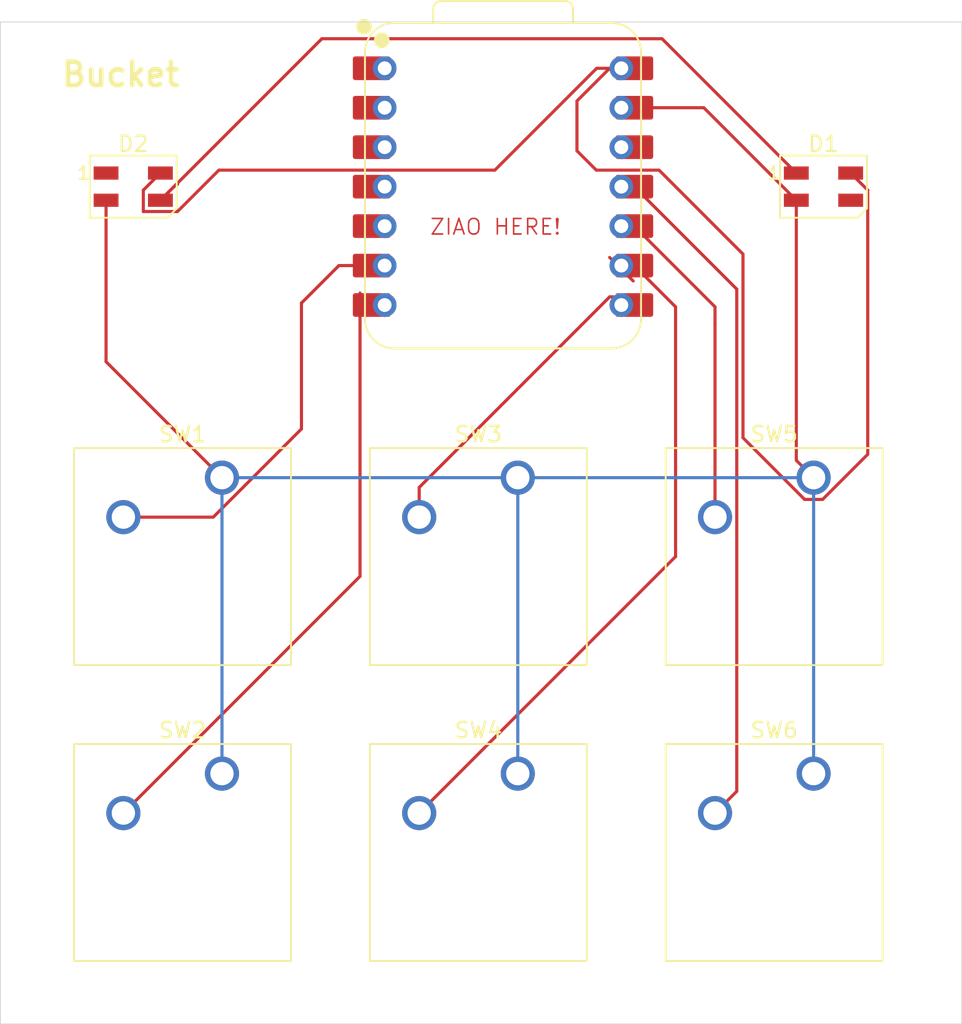
<source format=kicad_pcb>
(kicad_pcb (version 20241229) (generator "pcbnew") (generator_version "9.0")
  (layers (0 "F.Cu" signal) (2 "B.Cu" signal) (13 "F.Paste" user) (15 "B.Paste" user) (5 "F.SilkS" user "F.Silkscreen") (7 "B.SilkS" user "B.Silkscreen") (1 "F.Mask" user) (3 "B.Mask" user) (25 "Edge.Cuts" user))
  (net 0 "")
  (net 2 "+5V")
  (net 3 "Net-(D1-DOUT)")
  (net 4 "GND")
  (net 6 "Net-(U1-GPIO7{slash}SCL)")
  (net 7 "Net-(U1-GPIO0{slash}TX)")
  (net 8 "Net-(U1-GPIO1{slash}RX)")
  (net 9 "Net-(U1-GPIO2{slash}SCK)")
  (net 10 "Net-(U1-GPIO4{slash}MISO)")
  (net 11 "Net-(U1-GPIO3{slash}MOSI)")
  (footprint "LED_SMD:LED_SK6812MINI_PLCC4_3.5x3.5mm_P1.75mm" (layer "F.Cu") (at 180.975 85.725)
    (property "Reference" "D1" (at 0 -2.75 0) (layer "F.SilkS"))
    (property "Value" "SK6812MINI")
    (fp_line (start -2.8 -2) (end -2.8 2) (stroke (width 0.12)) (layer "F.SilkS"))
    (fp_line (start -2.8 -2) (end 2.8 -2) (stroke (width 0.12)) (layer "F.SilkS"))
    (fp_line (start -2.8 2) (end 2.2 2) (stroke (width 0.12)) (layer "F.SilkS"))
    (fp_line (start 2.8 1.4) (end 2.2 2) (stroke (width 0.12)) (layer "F.SilkS"))
    (fp_line (start 2.8 1.4) (end 2.8 -2) (stroke (width 0.12)) (layer "F.SilkS"))
    (fp_text user "1" (at -3.2 -0.875 0) (layer "F.SilkS") (effects (font (size 0.8 0.8))))
    (pad "1" smd rect (at -1.75 -0.875) (size 1.6 0.85) (layers "F.Cu" "F.Mask" "F.Paste") (net 3 "Net-(D1-DOUT)"))
    (pad "2" smd rect (at -1.75 0.875) (size 1.6 0.85) (layers "F.Cu" "F.Mask" "F.Paste") (net 4 "GND"))
    (pad "3" smd rect (at 1.75 0.875) (size 1.6 0.85) (layers "F.Cu" "F.Mask" "F.Paste"))
    (pad "4" smd rect (at 1.75 -0.875) (size 1.6 0.85) (layers "F.Cu" "F.Mask" "F.Paste") (net 2 "+5V"))
  )
  (footprint "LED_SMD:LED_SK6812MINI_PLCC4_3.5x3.5mm_P1.75mm" (layer "F.Cu") (at 136.525 85.725)
    (property "Reference" "D2" (at 0 -2.75 0) (layer "F.SilkS"))
    (property "Value" "SK6812MINI")
    (fp_line (start -2.8 -2) (end -2.8 2) (stroke (width 0.12)) (layer "F.SilkS"))
    (fp_line (start -2.8 -2) (end 2.8 -2) (stroke (width 0.12)) (layer "F.SilkS"))
    (fp_line (start -2.8 2) (end 2.2 2) (stroke (width 0.12)) (layer "F.SilkS"))
    (fp_line (start 2.8 1.4) (end 2.2 2) (stroke (width 0.12)) (layer "F.SilkS"))
    (fp_line (start 2.8 1.4) (end 2.8 -2) (stroke (width 0.12)) (layer "F.SilkS"))
    (fp_text user "1" (at -3.2 -0.875 0) (layer "F.SilkS") (effects (font (size 0.8 0.8))))
    (pad "1" smd rect (at -1.75 -0.875) (size 1.6 0.85) (layers "F.Cu" "F.Mask" "F.Paste"))
    (pad "2" smd rect (at -1.75 0.875) (size 1.6 0.85) (layers "F.Cu" "F.Mask" "F.Paste") (net 4 "GND"))
    (pad "3" smd rect (at 1.75 0.875) (size 1.6 0.85) (layers "F.Cu" "F.Mask" "F.Paste") (net 3 "Net-(D1-DOUT)"))
    (pad "4" smd rect (at 1.75 -0.875) (size 1.6 0.85) (layers "F.Cu" "F.Mask" "F.Paste") (net 2 "+5V"))
  )
  (footprint "Button_Switch_Keyboard:SW_Cherry_MX_1.00u_PCB" (layer "F.Cu") (at 180.34 104.4575)
    (property "Reference" "SW5" (at -2.54 -2.794 0) (layer "F.SilkS"))
    (property "Value" "SW_Push")
    (fp_line (start -9.525 -1.905) (end 4.445 -1.905) (stroke (width 0.12)) (layer "F.SilkS"))
    (fp_line (start -9.525 12.065) (end -9.525 -1.905) (stroke (width 0.12)) (layer "F.SilkS"))
    (fp_line (start 4.445 -1.905) (end 4.445 12.065) (stroke (width 0.12)) (layer "F.SilkS"))
    (fp_line (start 4.445 12.065) (end -9.525 12.065) (stroke (width 0.12)) (layer "F.SilkS"))
    (pad "" np_thru_hole circle (at -7.62 5.08) (size 1.7 1.7) (drill 1.7) (layers "*.Cu" "*.Mask"))
    (pad "" np_thru_hole circle (at -2.54 5.08) (size 4 4) (drill 4) (layers "*.Cu" "*.Mask"))
    (pad "" np_thru_hole circle (at 2.54 5.08) (size 1.7 1.7) (drill 1.7) (layers "*.Cu" "*.Mask"))
    (pad "1" thru_hole circle (at 0 0) (size 2.2 2.2) (drill 1.5) (layers "*.Cu" "*.Mask") (net 4 "GND"))
    (pad "2" thru_hole circle (at -6.35 2.54) (size 2.2 2.2) (drill 1.5) (layers "*.Cu" "*.Mask") (net 10 "Net-(U1-GPIO4{slash}MISO)"))
  )
  (footprint "Button_Switch_Keyboard:SW_Cherry_MX_1.00u_PCB" (layer "F.Cu") (at 161.29 123.5075)
    (property "Reference" "SW4" (at -2.54 -2.794 0) (layer "F.SilkS"))
    (property "Value" "SW_Push")
    (fp_line (start -9.525 -1.905) (end 4.445 -1.905) (stroke (width 0.12)) (layer "F.SilkS"))
    (fp_line (start -9.525 12.065) (end -9.525 -1.905) (stroke (width 0.12)) (layer "F.SilkS"))
    (fp_line (start 4.445 -1.905) (end 4.445 12.065) (stroke (width 0.12)) (layer "F.SilkS"))
    (fp_line (start 4.445 12.065) (end -9.525 12.065) (stroke (width 0.12)) (layer "F.SilkS"))
    (pad "" np_thru_hole circle (at -7.62 5.08) (size 1.7 1.7) (drill 1.7) (layers "*.Cu" "*.Mask"))
    (pad "" np_thru_hole circle (at -2.54 5.08) (size 4 4) (drill 4) (layers "*.Cu" "*.Mask"))
    (pad "" np_thru_hole circle (at 2.54 5.08) (size 1.7 1.7) (drill 1.7) (layers "*.Cu" "*.Mask"))
    (pad "1" thru_hole circle (at 0 0) (size 2.2 2.2) (drill 1.5) (layers "*.Cu" "*.Mask") (net 4 "GND"))
    (pad "2" thru_hole circle (at -6.35 2.54) (size 2.2 2.2) (drill 1.5) (layers "*.Cu" "*.Mask") (net 9 "Net-(U1-GPIO2{slash}SCK)"))
  )
  (footprint "XIAO OPL:XIAO-RP2040-DIP" (layer "F.Cu") (at 160.3375 85.725)
    (property "Reference" "U1" (hide yes))
    (property "Value" "XIAO-RP2040-DIP")
    (fp_line (start -8.89 8.509) (end -8.89 -8.636) (stroke (width 0.127)) (layer "F.SilkS"))
    (fp_line (start -6.985 10.414) (end 6.985 10.414) (stroke (width 0.127)) (layer "F.SilkS"))
    (fp_line (start -4.495 -10.541) (end -4.491272 -11.451272) (stroke (width 0.127)) (layer "F.SilkS"))
    (fp_line (start -3.991272 -11.951) (end 4.004 -11.951) (stroke (width 0.127)) (layer "F.SilkS"))
    (fp_line (start 4.504 -11.451) (end 4.504 -10.541) (stroke (width 0.127)) (layer "F.SilkS"))
    (fp_line (start 6.985 -10.541) (end -6.985 -10.541) (stroke (width 0.1)) (layer "F.SilkS"))
    (fp_line (start 6.985 -10.541) (end -6.985 -10.541) (stroke (width 0.127)) (layer "F.SilkS"))
    (fp_line (start 8.89 8.509) (end 8.89 -8.636) (stroke (width 0.127)) (layer "F.SilkS"))
    (fp_arc (start -8.89 -8.636) (mid -8.332038 -9.983038) (end -6.985 -10.541) (stroke (width 0.127)) (layer "F.SilkS"))
    (fp_arc (start -6.985 10.414) (mid -8.332038 9.856038) (end -8.89 8.509) (stroke (width 0.127)) (layer "F.SilkS"))
    (fp_arc (start -4.491272 -11.451272) (mid -4.344728 -11.80464) (end -3.991272 -11.951) (stroke (width 0.127)) (layer "F.SilkS"))
    (fp_arc (start 4.004 -11.951) (mid 4.357553 -11.804553) (end 4.504 -11.451) (stroke (width 0.127)) (layer "F.SilkS"))
    (fp_arc (start 6.985 -10.541) (mid 8.332038 -9.983038) (end 8.89 -8.636) (stroke (width 0.127)) (layer "F.SilkS"))
    (fp_arc (start 8.89 8.509) (mid 8.332038 9.856038) (end 6.985 10.414) (stroke (width 0.127)) (layer "F.SilkS"))
    (fp_circle (center -8.95 -10.3) (end -8.95 -10.554) (stroke (width 0.5)) (fill yes) (layer "F.SilkS"))
    (fp_circle (center -7.807 -9.42) (end -7.807 -9.674) (stroke (width 0.5)) (fill yes) (layer "F.SilkS"))
    (pad "1" smd roundrect (at -8.455 -7.62 180) (size 2.432 1.524) (layers "F.Cu" "F.Mask") (roundrect_rratio 0.1))
    (pad "1" thru_hole circle (at -7.62 -7.62 180) (size 1.524 1.524) (drill 0.889) (layers "*.Cu" "*.Mask"))
    (pad "2" smd roundrect (at -8.455 -5.08 180) (size 2.432 1.524) (layers "F.Cu" "F.Mask") (roundrect_rratio 0.1))
    (pad "2" thru_hole circle (at -7.62 -5.08 180) (size 1.524 1.524) (drill 0.889) (layers "*.Cu" "*.Mask"))
    (pad "3" smd roundrect (at -8.455 -2.54 180) (size 2.432 1.524) (layers "F.Cu" "F.Mask") (roundrect_rratio 0.1))
    (pad "3" thru_hole circle (at -7.62 -2.54 180) (size 1.524 1.524) (drill 0.889) (layers "*.Cu" "*.Mask"))
    (pad "4" smd roundrect (at -8.455 0 180) (size 2.432 1.524) (layers "F.Cu" "F.Mask") (roundrect_rratio 0.1))
    (pad "4" thru_hole circle (at -7.62 0 180) (size 1.524 1.524) (drill 0.889) (layers "*.Cu" "*.Mask"))
    (pad "5" smd roundrect (at -8.455 2.54 180) (size 2.432 1.524) (layers "F.Cu" "F.Mask") (roundrect_rratio 0.1))
    (pad "5" thru_hole circle (at -7.62 2.54 180) (size 1.524 1.524) (drill 0.889) (layers "*.Cu" "*.Mask"))
    (pad "6" smd roundrect (at -8.455 5.08 180) (size 2.432 1.524) (layers "F.Cu" "F.Mask") (roundrect_rratio 0.1) (net 6 "Net-(U1-GPIO7{slash}SCL)"))
    (pad "6" thru_hole circle (at -7.62 5.08 180) (size 1.524 1.524) (drill 0.889) (layers "*.Cu" "*.Mask") (net 6 "Net-(U1-GPIO7{slash}SCL)"))
    (pad "7" smd roundrect (at -8.455 7.62 180) (size 2.432 1.524) (layers "F.Cu" "F.Mask") (roundrect_rratio 0.1) (net 7 "Net-(U1-GPIO0{slash}TX)"))
    (pad "7" thru_hole circle (at -7.62 7.62 180) (size 1.524 1.524) (drill 0.889) (layers "*.Cu" "*.Mask") (net 7 "Net-(U1-GPIO0{slash}TX)"))
    (pad "8" thru_hole circle (at 7.62 7.62) (size 1.524 1.524) (drill 0.889) (layers "*.Cu" "*.Mask") (net 8 "Net-(U1-GPIO1{slash}RX)"))
    (pad "8" smd roundrect (at 8.455 7.62) (size 2.432 1.524) (layers "F.Cu" "F.Mask") (roundrect_rratio 0.1) (net 8 "Net-(U1-GPIO1{slash}RX)"))
    (pad "9" thru_hole circle (at 7.62 5.08) (size 1.524 1.524) (drill 0.889) (layers "*.Cu" "*.Mask") (net 9 "Net-(U1-GPIO2{slash}SCK)"))
    (pad "9" smd roundrect (at 8.455 5.08) (size 2.432 1.524) (layers "F.Cu" "F.Mask") (roundrect_rratio 0.1) (net 9 "Net-(U1-GPIO2{slash}SCK)"))
    (pad "10" thru_hole circle (at 7.62 2.54) (size 1.524 1.524) (drill 0.889) (layers "*.Cu" "*.Mask") (net 10 "Net-(U1-GPIO4{slash}MISO)"))
    (pad "10" smd roundrect (at 8.455 2.54) (size 2.432 1.524) (layers "F.Cu" "F.Mask") (roundrect_rratio 0.1) (net 10 "Net-(U1-GPIO4{slash}MISO)"))
    (pad "11" thru_hole circle (at 7.62 0) (size 1.524 1.524) (drill 0.889) (layers "*.Cu" "*.Mask") (net 11 "Net-(U1-GPIO3{slash}MOSI)"))
    (pad "11" smd roundrect (at 8.455 0) (size 2.432 1.524) (layers "F.Cu" "F.Mask") (roundrect_rratio 0.1) (net 11 "Net-(U1-GPIO3{slash}MOSI)"))
    (pad "12" thru_hole circle (at 7.62 -2.54) (size 1.524 1.524) (drill 0.889) (layers "*.Cu" "*.Mask"))
    (pad "12" smd roundrect (at 8.455 -2.54) (size 2.432 1.524) (layers "F.Cu" "F.Mask") (roundrect_rratio 0.1))
    (pad "13" thru_hole circle (at 7.62 -5.08) (size 1.524 1.524) (drill 0.889) (layers "*.Cu" "*.Mask") (net 4 "GND"))
    (pad "13" smd roundrect (at 8.455 -5.08) (size 2.432 1.524) (layers "F.Cu" "F.Mask") (roundrect_rratio 0.1) (net 4 "GND"))
    (pad "14" thru_hole circle (at 7.62 -7.62) (size 1.524 1.524) (drill 0.889) (layers "*.Cu" "*.Mask") (net 2 "+5V"))
    (pad "14" smd roundrect (at 8.455 -7.62) (size 2.432 1.524) (layers "F.Cu" "F.Mask") (roundrect_rratio 0.1) (net 2 "+5V"))
  )
  (footprint "Button_Switch_Keyboard:SW_Cherry_MX_1.00u_PCB" (layer "F.Cu") (at 161.29 104.4575)
    (property "Reference" "SW3" (at -2.54 -2.794 0) (layer "F.SilkS"))
    (property "Value" "SW_Push")
    (fp_line (start -9.525 -1.905) (end 4.445 -1.905) (stroke (width 0.12)) (layer "F.SilkS"))
    (fp_line (start -9.525 12.065) (end -9.525 -1.905) (stroke (width 0.12)) (layer "F.SilkS"))
    (fp_line (start 4.445 -1.905) (end 4.445 12.065) (stroke (width 0.12)) (layer "F.SilkS"))
    (fp_line (start 4.445 12.065) (end -9.525 12.065) (stroke (width 0.12)) (layer "F.SilkS"))
    (pad "" np_thru_hole circle (at -7.62 5.08) (size 1.7 1.7) (drill 1.7) (layers "*.Cu" "*.Mask"))
    (pad "" np_thru_hole circle (at -2.54 5.08) (size 4 4) (drill 4) (layers "*.Cu" "*.Mask"))
    (pad "" np_thru_hole circle (at 2.54 5.08) (size 1.7 1.7) (drill 1.7) (layers "*.Cu" "*.Mask"))
    (pad "1" thru_hole circle (at 0 0) (size 2.2 2.2) (drill 1.5) (layers "*.Cu" "*.Mask") (net 4 "GND"))
    (pad "2" thru_hole circle (at -6.35 2.54) (size 2.2 2.2) (drill 1.5) (layers "*.Cu" "*.Mask") (net 8 "Net-(U1-GPIO1{slash}RX)"))
  )
  (footprint "Button_Switch_Keyboard:SW_Cherry_MX_1.00u_PCB" (layer "F.Cu") (at 180.34 123.5075)
    (property "Reference" "SW6" (at -2.54 -2.794 0) (layer "F.SilkS"))
    (property "Value" "SW_Push")
    (fp_line (start -9.525 -1.905) (end 4.445 -1.905) (stroke (width 0.12)) (layer "F.SilkS"))
    (fp_line (start -9.525 12.065) (end -9.525 -1.905) (stroke (width 0.12)) (layer "F.SilkS"))
    (fp_line (start 4.445 -1.905) (end 4.445 12.065) (stroke (width 0.12)) (layer "F.SilkS"))
    (fp_line (start 4.445 12.065) (end -9.525 12.065) (stroke (width 0.12)) (layer "F.SilkS"))
    (pad "" np_thru_hole circle (at -7.62 5.08) (size 1.7 1.7) (drill 1.7) (layers "*.Cu" "*.Mask"))
    (pad "" np_thru_hole circle (at -2.54 5.08) (size 4 4) (drill 4) (layers "*.Cu" "*.Mask"))
    (pad "" np_thru_hole circle (at 2.54 5.08) (size 1.7 1.7) (drill 1.7) (layers "*.Cu" "*.Mask"))
    (pad "1" thru_hole circle (at 0 0) (size 2.2 2.2) (drill 1.5) (layers "*.Cu" "*.Mask") (net 4 "GND"))
    (pad "2" thru_hole circle (at -6.35 2.54) (size 2.2 2.2) (drill 1.5) (layers "*.Cu" "*.Mask") (net 11 "Net-(U1-GPIO3{slash}MOSI)"))
  )
  (footprint "Button_Switch_Keyboard:SW_Cherry_MX_1.00u_PCB" (layer "F.Cu") (at 142.24 104.4575)
    (property "Reference" "SW1" (at -2.54 -2.794 0) (layer "F.SilkS"))
    (property "Value" "SW_Push")
    (fp_line (start -9.525 -1.905) (end 4.445 -1.905) (stroke (width 0.12)) (layer "F.SilkS"))
    (fp_line (start -9.525 12.065) (end -9.525 -1.905) (stroke (width 0.12)) (layer "F.SilkS"))
    (fp_line (start 4.445 -1.905) (end 4.445 12.065) (stroke (width 0.12)) (layer "F.SilkS"))
    (fp_line (start 4.445 12.065) (end -9.525 12.065) (stroke (width 0.12)) (layer "F.SilkS"))
    (pad "" np_thru_hole circle (at -7.62 5.08) (size 1.7 1.7) (drill 1.7) (layers "*.Cu" "*.Mask"))
    (pad "" np_thru_hole circle (at -2.54 5.08) (size 4 4) (drill 4) (layers "*.Cu" "*.Mask"))
    (pad "" np_thru_hole circle (at 2.54 5.08) (size 1.7 1.7) (drill 1.7) (layers "*.Cu" "*.Mask"))
    (pad "1" thru_hole circle (at 0 0) (size 2.2 2.2) (drill 1.5) (layers "*.Cu" "*.Mask") (net 4 "GND"))
    (pad "2" thru_hole circle (at -6.35 2.54) (size 2.2 2.2) (drill 1.5) (layers "*.Cu" "*.Mask") (net 6 "Net-(U1-GPIO7{slash}SCL)"))
  )
  (footprint "Button_Switch_Keyboard:SW_Cherry_MX_1.00u_PCB" (layer "F.Cu") (at 142.24 123.5075)
    (property "Reference" "SW2" (at -2.54 -2.794 0) (layer "F.SilkS"))
    (property "Value" "SW_Push")
    (fp_line (start -9.525 -1.905) (end 4.445 -1.905) (stroke (width 0.12)) (layer "F.SilkS"))
    (fp_line (start -9.525 12.065) (end -9.525 -1.905) (stroke (width 0.12)) (layer "F.SilkS"))
    (fp_line (start 4.445 -1.905) (end 4.445 12.065) (stroke (width 0.12)) (layer "F.SilkS"))
    (fp_line (start 4.445 12.065) (end -9.525 12.065) (stroke (width 0.12)) (layer "F.SilkS"))
    (pad "" np_thru_hole circle (at -7.62 5.08) (size 1.7 1.7) (drill 1.7) (layers "*.Cu" "*.Mask"))
    (pad "" np_thru_hole circle (at -2.54 5.08) (size 4 4) (drill 4) (layers "*.Cu" "*.Mask"))
    (pad "" np_thru_hole circle (at 2.54 5.08) (size 1.7 1.7) (drill 1.7) (layers "*.Cu" "*.Mask"))
    (pad "1" thru_hole circle (at 0 0) (size 2.2 2.2) (drill 1.5) (layers "*.Cu" "*.Mask") (net 4 "GND"))
    (pad "2" thru_hole circle (at -6.35 2.54) (size 2.2 2.2) (drill 1.5) (layers "*.Cu" "*.Mask") (net 7 "Net-(U1-GPIO0{slash}TX)"))
  )
  (gr_rect (start 127.97 75.12125) (end 189.8825 139.61875) (stroke (width 0.05)) (fill no) (layer "Edge.Cuts"))
  (gr_text "ZIAO HERE!" (at 155.575 88.9 0) (layer "F.Cu") (effects (font (size 1 1) (thickness 0.1)) (justify left bottom)))
  (gr_text "Bucket" (at 131.7625 79.375 0) (layer "F.SilkS") (effects (font (size 1.5 1.5) (thickness 0.3) (bold yes)) (justify left bottom)))
  (segment (start 180.920314 105.8585) (end 179.759686 105.8585) (width 0.2) (layer "F.Cu") (net 2))
  (segment (start 165.1 80.21) (end 167.205 78.105) (width 0.2) (layer "F.Cu") (net 2))
  (segment (start 170.387 84.662) (end 166.34369 84.662) (width 0.2) (layer "F.Cu") (net 2))
  (segment (start 183.826 102.952814) (end 180.920314 105.8585) (width 0.2) (layer "F.Cu") (net 2))
  (segment (start 165.1 83.41831) (end 165.1 80.21) (width 0.2) (layer "F.Cu") (net 2))
  (segment (start 175.792 101.890814) (end 175.792 90.067) (width 0.2) (layer "F.Cu") (net 2))
  (segment (start 137.174 87.326) (end 137.174 85.951) (width 0.2) (layer "F.Cu") (net 2))
  (segment (start 159.813 84.662) (end 142.04 84.662) (width 0.2) (layer "F.Cu") (net 2))
  (segment (start 166.34369 84.662) (end 165.1 83.41831) (width 0.2) (layer "F.Cu") (net 2))
  (segment (start 182.725 84.85) (end 183.826 85.951) (width 0.2) (layer "F.Cu") (net 2))
  (segment (start 166.37 78.105) (end 159.813 84.662) (width 0.2) (layer "F.Cu") (net 2))
  (segment (start 137.174 85.951) (end 138.275 84.85) (width 0.2) (layer "F.Cu") (net 2))
  (segment (start 142.04 84.662) (end 139.376 87.326) (width 0.2) (layer "F.Cu") (net 2))
  (segment (start 175.792 90.067) (end 170.387 84.662) (width 0.2) (layer "F.Cu") (net 2))
  (segment (start 139.376 87.326) (end 137.174 87.326) (width 0.2) (layer "F.Cu") (net 2))
  (segment (start 166.37 78.105) (end 168.7925 78.105) (width 0.2) (layer "F.Cu") (net 2))
  (segment (start 179.759686 105.8585) (end 175.792 101.890814) (width 0.2) (layer "F.Cu") (net 2))
  (segment (start 183.826 85.951) (end 183.826 102.952814) (width 0.2) (layer "F.Cu") (net 2))
  (segment (start 167.64 77.7875) (end 167.9575 78.105) (width 0.2) (layer "B.Cu") (net 2))
  (segment (start 138.275 86.6) (end 139.299 85.576) (width 0.2) (layer "F.Cu") (net 3))
  (segment (start 179.225 84.85) (end 170.5795 76.2045) (width 0.2) (layer "F.Cu") (net 3))
  (segment (start 139.299 85.576) (end 139.376 85.576) (width 0.2) (layer "F.Cu") (net 3))
  (segment (start 138.275 86.6) (end 138.1125 86.7625) (width 0.2) (layer "F.Cu") (net 3))
  (segment (start 170.5795 76.2045) (end 148.6705 76.2045) (width 0.2) (layer "F.Cu") (net 3))
  (segment (start 139.376 85.576) (end 139.376 85.499) (width 0.2) (layer "F.Cu") (net 3))
  (segment (start 148.6705 76.2045) (end 138.275 86.6) (width 0.2) (layer "F.Cu") (net 3))
  (segment (start 173.27 80.645) (end 167.9575 80.645) (width 0.2) (layer "F.Cu") (net 4))
  (segment (start 179.225 86.6) (end 179.225 103.3425) (width 0.2) (layer "F.Cu") (net 4))
  (segment (start 179.225 86.6) (end 173.27 80.645) (width 0.2) (layer "F.Cu") (net 4))
  (segment (start 141.9225 104.775) (end 141.2875 104.775) (width 0.2) (layer "F.Cu") (net 4))
  (segment (start 179.225 103.3425) (end 180.34 104.4575) (width 0.2) (layer "F.Cu") (net 4))
  (segment (start 134.775 96.9925) (end 142.24 104.4575) (width 0.2) (layer "F.Cu") (net 4))
  (segment (start 134.775 86.6) (end 134.775 96.9925) (width 0.2) (layer "F.Cu") (net 4))
  (segment (start 161.29 104.4575) (end 161.29 123.5075) (width 0.2) (layer "B.Cu") (net 4))
  (segment (start 142.24 104.4575) (end 180.34 104.4575) (width 0.2) (layer "B.Cu") (net 4))
  (segment (start 142.24 104.4575) (end 142.24 123.5075) (width 0.2) (layer "B.Cu") (net 4))
  (segment (start 180.34 104.4575) (end 180.34 123.5075) (width 0.2) (layer "B.Cu") (net 4))
  (segment (start 141.681314 106.9975) (end 147.358157 101.320657) (width 0.2) (layer "F.Cu") (net 6))
  (segment (start 135.89 106.9975) (end 141.681314 106.9975) (width 0.2) (layer "F.Cu") (net 6))
  (segment (start 151.3575 90.28) (end 151.8825 90.805) (width 0.2) (layer "F.Cu") (net 6))
  (segment (start 147.358157 93.216843) (end 149.77 90.805) (width 0.2) (layer "F.Cu") (net 6))
  (segment (start 147.358157 101.320657) (end 147.358157 93.216843) (width 0.2) (layer "F.Cu") (net 6))
  (segment (start 149.77 90.805) (end 151.8825 90.805) (width 0.2) (layer "F.Cu") (net 6))
  (segment (start 151.13 110.8075) (end 151.13 92.82) (width 0.2) (layer "F.Cu") (net 7))
  (segment (start 151.13 92.5704) (end 151.13 92.82) (width 0.2) (layer "F.Cu") (net 7))
  (segment (start 135.89 126.0475) (end 151.13 110.8075) (width 0.2) (layer "F.Cu") (net 7))
  (segment (start 154.94 105.085) (end 154.94 106.9975) (width 0.2) (layer "F.Cu") (net 8))
  (segment (start 167.205 92.82) (end 167.4325 92.82) (width 0.2) (layer "F.Cu") (net 8))
  (segment (start 167.205 92.82) (end 154.94 105.085) (width 0.2) (layer "F.Cu") (net 8))
  (segment (start 167.4325 92.82) (end 167.9575 93.345) (width 0.2) (layer "F.Cu") (net 8))
  (segment (start 167.205 90.28) (end 168.722 91.797) (width 0.2) (layer "F.Cu") (net 9))
  (segment (start 171.45 109.5375) (end 171.45 93.4625) (width 0.2) (layer "F.Cu") (net 9))
  (segment (start 154.94 126.0475) (end 171.45 109.5375) (width 0.2) (layer "F.Cu") (net 9))
  (segment (start 171.45 93.4625) (end 168.7925 90.805) (width 0.2) (layer "F.Cu") (net 9))
  (segment (start 173.99 94.525) (end 173.99 106.9975) (width 0.2) (layer "F.Cu") (net 10))
  (segment (start 173.99 94.525) (end 173.99 93.4625) (width 0.2) (layer "F.Cu") (net 10))
  (segment (start 173.99 93.4625) (end 168.7925 88.265) (width 0.2) (layer "F.Cu") (net 10))
  (segment (start 168.7925 88.265) (end 167.9575 88.265) (width 0.2) (layer "F.Cu") (net 10))
  (segment (start 173.99 126.0475) (end 175.391 124.6465) (width 0.2) (layer "F.Cu") (net 11))
  (segment (start 175.391 92.3235) (end 168.7925 85.725) (width 0.2) (layer "F.Cu") (net 11))
  (segment (start 175.391 124.6465) (end 175.391 92.3235) (width 0.2) (layer "F.Cu") (net 11))
)
</source>
